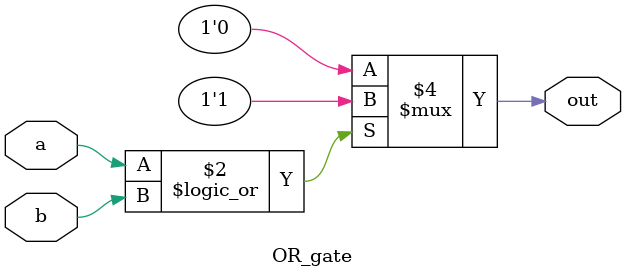
<source format=v>
module OR_gate (
  input a,
  input b,
  output reg out
);

  always @ (a or b) begin
    if (a || b) begin
      out = 1'b1;
    end
    else begin
      out = 1'b0;
    end
  end

endmodule

</source>
